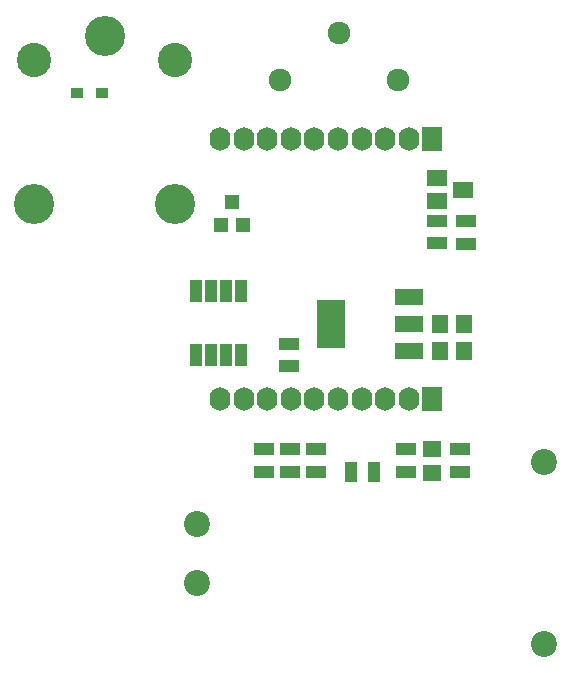
<source format=gbr>
G04 #@! TF.GenerationSoftware,KiCad,Pcbnew,no-vcs-found-7664~57~ubuntu16.10.1*
G04 #@! TF.CreationDate,2017-02-19T10:59:36+01:00*
G04 #@! TF.ProjectId,relayboard,72656C6179626F6172642E6B69636164,rev?*
G04 #@! TF.FileFunction,Soldermask,Bot*
G04 #@! TF.FilePolarity,Negative*
%FSLAX46Y46*%
G04 Gerber Fmt 4.6, Leading zero omitted, Abs format (unit mm)*
G04 Created by KiCad (PCBNEW no-vcs-found-7664~57~ubuntu16.10.1) date Sun Feb 19 10:59:36 2017*
%MOMM*%
%LPD*%
G01*
G04 APERTURE LIST*
%ADD10C,0.100000*%
%ADD11C,2.200000*%
%ADD12C,1.924000*%
%ADD13R,1.700000X1.100000*%
%ADD14R,1.100000X1.700000*%
%ADD15R,1.000000X1.950000*%
%ADD16O,1.760000X2.000000*%
%ADD17R,1.760000X2.000000*%
%ADD18R,1.400000X1.650000*%
%ADD19R,1.650000X1.400000*%
%ADD20R,0.990000X0.850000*%
%ADD21C,2.900000*%
%ADD22C,3.400000*%
%ADD23R,1.800000X1.400000*%
%ADD24R,1.200100X1.200100*%
%ADD25R,2.432000X1.416000*%
%ADD26R,2.432000X4.057600*%
G04 APERTURE END LIST*
D10*
D11*
X113063520Y-101534600D03*
X113063520Y-106534600D03*
X142463520Y-96334600D03*
X142463520Y-111734600D03*
D12*
X130075960Y-64018160D03*
X120075960Y-64018160D03*
X125075960Y-60018160D03*
D13*
X135341360Y-95249960D03*
X135341360Y-97149960D03*
D14*
X126161760Y-97134680D03*
X128061760Y-97134680D03*
D15*
X112969040Y-87271840D03*
X114239040Y-87271840D03*
X115509040Y-87271840D03*
X116779040Y-87271840D03*
X116779040Y-81871840D03*
X115509040Y-81871840D03*
X114239040Y-81871840D03*
X112969040Y-81871840D03*
D16*
X115021320Y-90984600D03*
X117021320Y-90984600D03*
X119021320Y-90984600D03*
X121021320Y-90984600D03*
X123021320Y-90984600D03*
X125021320Y-90984600D03*
X127021320Y-90984600D03*
X129021320Y-90984600D03*
X131021320Y-90984600D03*
D17*
X133021320Y-90984600D03*
X133021320Y-68984600D03*
D16*
X131021320Y-68984600D03*
X129021320Y-68984600D03*
X127021320Y-68984600D03*
X125021320Y-68984600D03*
X123021320Y-68984600D03*
X121021320Y-68984600D03*
X119021320Y-68984600D03*
X117021320Y-68984600D03*
X115021320Y-68984600D03*
D18*
X133650480Y-86959440D03*
X135650480Y-86959440D03*
X135649720Y-84678520D03*
X133649720Y-84678520D03*
D19*
X133004560Y-97245680D03*
X133004560Y-95245680D03*
D20*
X105047680Y-65100200D03*
X102937680Y-65100200D03*
D21*
X99253920Y-62288920D03*
D22*
X99253920Y-74488920D03*
X111253920Y-74488920D03*
D21*
X111253920Y-62288920D03*
D22*
X105253920Y-60288920D03*
D23*
X135565240Y-73258640D03*
X133365240Y-74208640D03*
X133365240Y-72308640D03*
D24*
X116067840Y-74282300D03*
X115117840Y-76281280D03*
X117017840Y-76281280D03*
D13*
X118765320Y-97155040D03*
X118765320Y-95255040D03*
X120975120Y-95244880D03*
X120975120Y-97144880D03*
X123184920Y-95244880D03*
X123184920Y-97144880D03*
X130764280Y-97149960D03*
X130764280Y-95249960D03*
X135864600Y-77830720D03*
X135864600Y-75930720D03*
X120909080Y-88193880D03*
X120909080Y-86293880D03*
X133416040Y-77790080D03*
X133416040Y-75890080D03*
D25*
X131023360Y-82392520D03*
X131023360Y-86964520D03*
X131023360Y-84678520D03*
D26*
X124419360Y-84678520D03*
M02*

</source>
